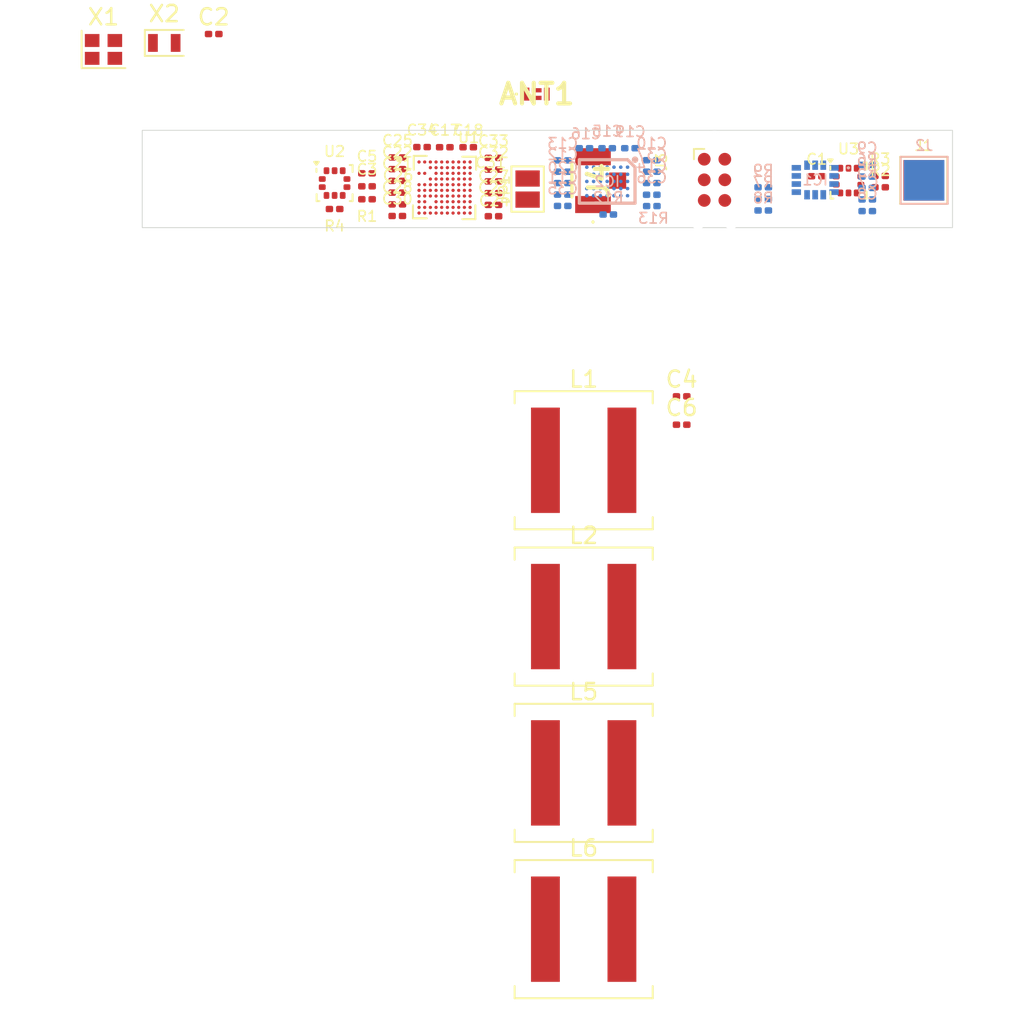
<source format=kicad_pcb>
(kicad_pcb (version 20240108) (generator "pcbnew") (generator_version "8.0")
  (layers (0 "F.Cu" signal) (31 "B.Cu" signal) (34 "B.Paste" user) (35 "F.Paste" user) (36 "B.SilkS" user "B.Silkscreen") (37 "F.SilkS" user "F.Silkscreen") (38 "B.Mask" user) (39 "F.Mask" user) (44 "Edge.Cuts" user))
  (net 0 "")
  (net 50 "/RESET")
  (net 51 "GND")
  (net 52 "/SWDIO")
  (net 53 "/SWCLK")
  (net 54 "/SWO")
  (net 55 "Net-(J3-VCC)")
  (net 56 "+3V3")
  (net 57 "VBUS")
  (net 58 "VDD")
  (net 59 "Net-(U1B-DEC4)")
  (net 60 "Net-(U1B-DECUSB)")
  (net 61 "Net-(U1C-XC1)")
  (net 62 "Net-(U1A-P0.01{slash}XL2)")
  (net 63 "Net-(U1B-DEC5)")
  (net 64 "Net-(U1A-P0.00{slash}XL1)")
  (net 65 "Net-(U1A-ANT)")
  (net 66 "Net-(U1C-XC2)")
  (net 67 "Net-(U1B-DEC1)")
  (net 68 "VCC")
  (net 69 "Net-(U2-SA0)")
  (net 70 "/PADS_INT01")
  (net 71 "/I2C_SDA")
  (net 72 "/I2C_SCL")
  (net 73 "Net-(U3-SA0)")
  (net 74 "Net-(ANT1-DUMMY_PAD_1)")
  (net 75 "Net-(ANT1-RADIATOR_ELECTRODE)")
  (net 76 "Net-(ANT1-FEED_POINT)")
  (net 77 "/RSVD3")
  (net 78 "Net-(IC2-VSET1)")
  (net 79 "Net-(IC2-VSET2)")
  (net 80 "/INT_0")
  (net 81 "/CS")
  (net 82 "/SCL")
  (net 83 "/RSVD2")
  (net 84 "/SDA")
  (net 85 "/SAO")
  (net 89 "/NRF_SDA")
  (net 91 "Net-(IC2-SW1)")
  (net 95 "/NRF_SCL")
  (net 98 "/SW2")
  (net 101 "/VBUSIN")
  (net 102 "Net-(IC2-VBUSOUT)")
  (net 103 "Net-(IC2-PVDD)")
  (net 104 "Net-(IC2-VOUT1)")
  (net 105 "/VOUTLD02")
  (net 106 "/VOUTLD01")
  (net 107 "/3.0V")
  (net 108 "Net-(IC2-VDDIO)")
  (net 109 "/VBAT")
  (net 110 "/RF")
  (net 111 "/RSVD0")
  (net 112 "/RSVD1")
  (net 113 "/INT_1")
  (footprint "Resistor_SMD:R_0201_0603Metric" (layer "F.Cu") (at 171.2225 71.0825)
    (property "Reference" "R2" (at 0.0125 -1.036 0) (layer "F.SilkS") (effects (font (size 0.65 0.65) (thickness 0.1))))
    (property "Value" "0R 1%")
    (pad "1" smd roundrect (at -0.32 0) (size 0.46 0.4) (layers "F.Cu" "F.Mask") (net 56 "+3V3"))
    (pad "2" smd roundrect (at 0.32 0) (size 0.46 0.4) (layers "F.Cu" "F.Mask") (net 73 "Net-(U3-SA0)"))
  )
  (footprint "Inductor_SMD:L_Coilcraft_XAL7020-152" (layer "F.Cu") (at 152.93 116.84)
    (property "Reference" "L6" (at 0 -5 0) (layer "F.SilkS"))
    (property "Value" "4.7nH 5% 0201")
    (pad "1" smd rect (at -2.36 0) (size 1.78 6.5) (layers "F.Cu" "F.Paste" "F.Mask") (net 74 "Net-(ANT1-DUMMY_PAD_1)"))
    (pad "2" smd rect (at 2.36 0) (size 1.78 6.5) (layers "F.Cu" "F.Paste" "F.Mask") (net 110 "/RF"))
  )
  (footprint "Capacitor_SMD:C_0201_0603Metric" (layer "F.Cu") (at 145.805 68.6125)
    (property "Reference" "C18" (at 0 -1.05 0) (layer "F.SilkS") (effects (font (size 0.65 0.65) (thickness 0.1))))
    (property "Value" "1uF X7R 10%")
    (pad "1" smd roundrect (at -0.32 0) (size 0.46 0.4) (layers "F.Cu" "F.Mask") (net 51 "GND"))
    (pad "2" smd roundrect (at 0.32 0) (size 0.46 0.4) (layers "F.Cu" "F.Mask") (net 59 "Net-(U1B-DEC4)"))
  )
  (footprint "Inductor_SMD:L_Coilcraft_XAL7020-152" (layer "F.Cu") (at 152.93 107.2)
    (property "Reference" "L5" (at 0 -5 0) (layer "F.SilkS"))
    (property "Value" "3.9nH 5% 0201")
    (pad "1" smd rect (at -2.36 0) (size 1.78 6.5) (layers "F.Cu" "F.Paste" "F.Mask") (net 65 "Net-(U1A-ANT)"))
    (pad "2" smd rect (at 2.36 0) (size 1.78 6.5) (layers "F.Cu" "F.Paste" "F.Mask") (net 74 "Net-(ANT1-DUMMY_PAD_1)"))
  )
  (footprint "TestPoint:TestPoint_Pad_2.5x2.5mm" (layer "F.Cu") (at 173.91 70.6525)
    (property "Reference" "J1" (at 0 -2.148 0) (layer "F.SilkS") (effects (font (size 0.65 0.65) (thickness 0.1))))
    (property "Value" "Conn_01x01_Socket")
    (pad "1" smd rect (at 0 0) (size 2.5 2.5) (layers "F.Cu" "F.Mask") (net 109 "/VBAT"))
  )
  (footprint "NRF52840-CKAA-R:BGA94C35P10X10_360X354X51N" (layer "F.Cu") (at 144.345 71.0975)
    (property "Reference" "U1" (at 1.485 -3.08 0) (layer "F.SilkS") (effects (font (size 0.65 0.65) (thickness 0.1))))
    (property "Value" "NRF52840-CKAA-R")
    (pad "A1" smd circle (at -1.575 -1.575) (size 0.2 0.2) (layers "F.Cu" "F.Paste") (net 61 "Net-(U1C-XC1)"))
    (pad "A2" smd circle (at -1.225 -1.575) (size 0.2 0.2) (layers "F.Cu" "F.Paste") (net 66 "Net-(U1C-XC2)"))
    (pad "A3" smd circle (at -0.875 -1.575) (size 0.2 0.2) (layers "F.Cu" "F.Paste"))
    (pad "A4" smd circle (at -0.525 -1.575) (size 0.2 0.2) (layers "F.Cu" "F.Paste"))
    (pad "A5" smd circle (at -0.175 -1.575) (size 0.2 0.2) (layers "F.Cu" "F.Paste"))
    (pad "A6" smd circle (at 0.175 -1.575) (size 0.2 0.2) (layers "F.Cu" "F.Paste"))
    (pad "A7" smd circle (at 0.525 -1.575) (size 0.2 0.2) (layers "F.Cu" "F.Paste"))
    (pad "A8" smd circle (at 0.875 -1.575) (size 0.2 0.2) (layers "F.Cu" "F.Paste") (net 59 "Net-(U1B-DEC4)"))
    (pad "A9" smd circle (at 1.225 -1.575) (size 0.2 0.2) (layers "F.Cu" "F.Paste"))
    (pad "A10" smd circle (at 1.575 -1.575) (size 0.2 0.2) (layers "F.Cu" "F.Paste") (net 67 "Net-(U1B-DEC1)"))
    (pad "B3" smd circle (at -0.875 -1.225) (size 0.2 0.2) (layers "F.Cu" "F.Paste") (net 58 "VDD"))
    (pad "B4" smd circle (at -0.525 -1.225) (size 0.2 0.2) (layers "F.Cu" "F.Paste"))
    (pad "B5" smd circle (at -0.175 -1.225) (size 0.2 0.2) (layers "F.Cu" "F.Paste"))
    (pad "B6" smd circle (at 0.175 -1.225) (size 0.2 0.2) (layers "F.Cu" "F.Paste"))
    (pad "B7" smd circle (at 0.525 -1.225) (size 0.2 0.2) (layers "F.Cu" "F.Paste") (net 51 "GND"))
    (pad "B8" smd circle (at 0.875 -1.225) (size 0.2 0.2) (layers "F.Cu" "F.Paste") (net 58 "VDD"))
    (pad "B9" smd circle (at 1.225 -1.225) (size 0.2 0.2) (layers "F.Cu" "F.Paste") (net 64 "Net-(U1A-P0.00{slash}XL1)"))
    (pad "B10" smd circle (at 1.575 -1.225) (size 0.2 0.2) (layers "F.Cu" "F.Paste") (net 62 "Net-(U1A-P0.01{slash}XL2)"))
    (pad "C1" smd circle (at -1.575 -0.875) (size 0.2 0.2) (layers "F.Cu" "F.Paste") (net 51 "GND"))
    (pad "C2" smd circle (at -1.225 -0.875) (size 0.2 0.2) (layers "F.Cu" "F.Paste") (net 59 "Net-(U1B-DEC4)"))
    (pad "C4" smd circle (at -0.525 -0.875) (size 0.2 0.2) (layers "F.Cu" "F.Paste") (net 51 "GND"))
    (pad "C5" smd circle (at -0.175 -0.875) (size 0.2 0.2) (layers "F.Cu" "F.Paste"))
    (pad "C6" smd circle (at 0.175 -0.875) (size 0.2 0.2) (layers "F.Cu" "F.Paste"))
    (pad "C7" smd circle (at 0.525 -0.875) (size 0.2 0.2) (layers "F.Cu" "F.Paste"))
    (pad "C8" smd circle (at 0.875 -0.875) (size 0.2 0.2) (layers "F.Cu" "F.Paste"))
    (pad "C9" smd circle (at 1.225 -0.875) (size 0.2 0.2) (layers "F.Cu" "F.Paste"))
    (pad "C10" smd circle (at 1.575 -0.875) (size 0.2 0.2) (layers "F.Cu" "F.Paste"))
    (pad "D3" smd circle (at -0.875 -0.525) (size 0.2 0.2) (layers "F.Cu" "F.Paste") (net 51 "GND"))
    (pad "D4" smd circle (at -0.525 -0.525) (size 0.2 0.2) (layers "F.Cu" "F.Paste") (net 51 "GND"))
    (pad "D5" smd circle (at -0.175 -0.525) (size 0.2 0.2) (layers "F.Cu" "F.Paste") (net 51 "GND"))
    (pad "D6" smd circle (at 0.175 -0.525) (size 0.2 0.2) (layers "F.Cu" "F.Paste") (net 51 "GND"))
    (pad "D7" smd circle (at 0.525 -0.525) (size 0.2 0.2) (layers "F.Cu" "F.Paste") (net 51 "GND"))
    (pad "D8" smd circle (at 0.875 -0.525) (size 0.2 0.2) (layers "F.Cu" "F.Paste") (net 51 "GND"))
    (pad "D9" smd circle (at 1.225 -0.525) (size 0.2 0.2) (layers "F.Cu" "F.Paste"))
    (pad "D10" smd circle (at 1.575 -0.525) (size 0.2 0.2) (layers "F.Cu" "F.Paste"))
    (pad "E1" smd circle (at -1.575 -0.175) (size 0.2 0.2) (layers "F.Cu" "F.Paste") (net 65 "Net-(U1A-ANT)"))
    (pad "E2" smd circle (at -1.225 -0.175) (size 0.2 0.2) (layers "F.Cu" "F.Paste"))
    (pad "E3" smd circle (at -0.875 -0.175) (size 0.2 0.2) (layers "F.Cu" "F.Paste"))
    (pad "E4" smd circle (at -0.525 -0.175) (size 0.2 0.2) (layers "F.Cu" "F.Paste") (net 51 "GND"))
    (pad "E5" smd circle (at -0.175 -0.175) (size 0.2 0.2) (layers "F.Cu" "F.Paste") (net 51 "GND"))
    (pad "E6" smd circle (at 0.175 -0.175) (size 0.2 0.2) (layers "F.Cu" "F.Paste") (net 51 "GND"))
    (pad "E7" smd circle (at 0.525 -0.175) (size 0.2 0.2) (layers "F.Cu" "F.Paste") (net 51 "GND"))
    (pad "E8" smd circle (at 0.875 -0.175) (size 0.2 0.2) (layers "F.Cu" "F.Paste") (net 51 "GND"))
    (pad "E9" smd circle (at 1.225 -0.175) (size 0.2 0.2) (layers "F.Cu" "F.Paste"))
    (pad "E10" smd circle (at 1.575 -0.175) (size 0.2 0.2) (layers "F.Cu" "F.Paste"))
    (pad "F1" smd circle (at -1.575 0.175) (size 0.2 0.2) (layers "F.Cu" "F.Paste"))
    (pad "F2" smd circle (at -1.225 0.175) (size 0.2 0.2) (layers "F.Cu" "F.Paste") (net 63 "Net-(U1B-DEC5)"))
    (pad "F3" smd circle (at -0.875 0.175) (size 0.2 0.2) (layers "F.Cu" "F.Paste"))
    (pad "F4" smd circle (at -0.525 0.175) (size 0.2 0.2) (layers "F.Cu" "F.Paste") (net 51 "GND"))
    (pad "F5" smd circle (at -0.175 0.175) (size 0.2 0.2) (layers "F.Cu" "F.Paste") (net 51 "GND"))
    (pad "F6" smd circle (at 0.175 0.175) (size 0.2 0.2) (layers "F.Cu" "F.Paste") (net 51 "GND"))
    (pad "F7" smd circle (at 0.525 0.175) (size 0.2 0.2) (layers "F.Cu" "F.Paste") (net 51 "GND"))
    (pad "F8" smd circle (at 0.875 0.175) (size 0.2 0.2) (layers "F.Cu" "F.Paste") (net 51 "GND"))
    (pad "F9" smd circle (at 1.225 0.175) (size 0.2 0.2) (layers "F.Cu" "F.Paste"))
    (pad "F10" smd circle (at 1.575 0.175) (size 0.2 0.2) (layers "F.Cu" "F.Paste"))
    (pad "G1" smd circle (at -1.575 0.525) (size 0.2 0.2) (layers "F.Cu" "F.Paste"))
    (pad "G2" smd circle (at -1.225 0.525) (size 0.2 0.2) (layers "F.Cu" "F.Paste"))
    (pad "G3" smd circle (at -0.875 0.525) (size 0.2 0.2) (layers "F.Cu" "F.Paste"))
    (pad "G4" smd circle (at -0.525 0.525) (size 0.2 0.2) (layers "F.Cu" "F.Paste") (net 51 "GND"))
    (pad "G5" smd circle (at -0.175 0.525) (size 0.2 0.2) (layers "F.Cu" "F.Paste") (net 51 "GND"))
    (pad "G6" smd circle (at 0.175 0.525) (size 0.2 0.2) (layers "F.Cu" "F.Paste") (net 51 "GND"))
    (pad "G7" smd circle (at 0.525 0.525) (size 0.2 0.2) (layers "F.Cu" "F.Paste") (net 51 "GND"))
    (pad "G8" smd circle (at 0.875 0.525) (size 0.2 0.2) (layers "F.Cu" "F.Paste") (net 51 "GND"))
    (pad "G9" smd circle (at 1.225 0.525) (size 0.2 0.2) (layers "F.Cu" "F.Paste"))
    (pad "G10" smd circle (at 1.575 0.525) (size 0.2 0.2) (layers "F.Cu" "F.Paste"))
    (pad "H1" smd circle (at -1.575 0.875) (size 0.2 0.2) (layers "F.Cu" "F.Paste"))
    (pad "H2" smd circle (at -1.225 0.875) (size 0.2 0.2) (layers "F.Cu" "F.Paste") (net 53 "/SWCLK"))
    (pad "H4" smd circle (at -0.525 0.875) (size 0.2 0.2) (layers "F.Cu" "F.Paste"))
    (pad "H5" smd circle (at -0.175 0.875) (size 0.2 0.2) (layers "F.Cu" "F.Paste"))
    (pad "H6" smd circle (at 0.175 0.875) (size 0.2 0.2) (layers "F.Cu" "F.Paste"))
    (pad "H7" smd circle (at 0.525 0.875) (size 0.2 0.2) (layers "F.Cu" "F.Paste"))
    (pad "H8" smd circle (at 0.875 0.875) (size 0.2 0.2) (layers "F.Cu" "F.Paste"))
    (pad "H9" smd circle (at 1.225 0.875) (size 0.2 0.2) (layers "F.Cu" "F.Paste"))
    (pad "H10" smd circle (at 1.575 0.875) (size 0.2 0.2) (layers "F.Cu" "F.Paste") (net 58 "VDD"))
    (pad "J1" smd circle (at -1.575 1.225) (size 0.2 0.2) (layers "F.Cu" "F.Paste"))
    (pad "J2" smd circle (at -1.225 1.225) (size 0.2 0.2) (layers "F.Cu" "F.Paste") (net 52 "/SWDIO"))
    (pad "J3" smd circle (at -0.875 1.225) (size 0.2 0.2) (layers "F.Cu" "F.Paste"))
    (pad "J4" smd circle (at -0.525 1.225) (size 0.2 0.2) (layers "F.Cu" "F.Paste"))
    (pad "J5" smd circle (at -0.175 1.225) (size 0.2 0.2) (layers "F.Cu" "F.Paste"))
    (pad "J6" smd circle (at 0.175 1.225) (size 0.2 0.2) (layers "F.Cu" "F.Paste"))
    (pad "J7" smd circle (at 0.525 1.225) (size 0.2 0.2) (layers "F.Cu" "F.Paste"))
    (pad "J8" smd circle (at 0.875 1.225) (size 0.2 0.2) (layers "F.Cu" "F.Paste"))
    (pad "J9" smd circle (at 1.225 1.225) (size 0.2 0.2) (layers "F.Cu" "F.Paste") (net 57 "VBUS"))
    (pad "J10" smd circle (at 1.575 1.225) (size 0.2 0.2) (layers "F.Cu" "F.Paste") (net 68 "VCC"))
    (pad "K1" smd circle (at -1.575 1.575) (size 0.2 0.2) (layers "F.Cu" "F.Paste") (net 58 "VDD"))
    (pad "K2" smd circle (at -1.225 1.575) (size 0.2 0.2) (layers "F.Cu" "F.Paste"))
    (pad "K3" smd circle (at -0.875 1.575) (size 0.2 0.2) (layers "F.Cu" "F.Paste"))
    (pad "K4" smd circle (at -0.525 1.575) (size 0.2 0.2) (layers "F.Cu" "F.Paste"))
    (pad "K5" smd circle (at -0.175 1.575) (size 0.2 0.2) (layers "F.Cu" "F.Paste") (net 58 "VDD"))
    (pad "K6" smd circle (at 0.175 1.575) (size 0.2 0.2) (layers "F.Cu" "F.Paste") (net 50 "/RESET"))
    (pad "K7" smd circle (at 0.525 1.575) (size 0.2 0.2) (layers "F.Cu" "F.Paste"))
    (pad "K8" smd circle (at 0.875 1.575) (size 0.2 0.2) (layers "F.Cu" "F.Paste"))
    (pad "K9" smd circle (at 1.225 1.575) (size 0.2 0.2) (layers "F.Cu" "F.Paste") (net 60 "Net-(U1B-DECUSB)"))
    (pad "K10" smd circle (at 1.575 1.575) (size 0.2 0.2) (layers "F.Cu" "F.Paste") (net 51 "GND"))
  )
  (footprint "Capacitor_SMD:C_0201_0603Metric" (layer "F.Cu") (at 139.56 71.0225)
    (property "Reference" "C3" (at 0 -1.05 0) (layer "F.SilkS") (effects (font (size 0.65 0.65) (thickness 0.1))))
    (property "Value" "100nF 10%")
    (pad "1" smd roundrect (at -0.32 0) (size 0.46 0.4) (layers "F.Cu" "F.Mask") (net 56 "+3V3"))
    (pad "2" smd roundrect (at 0.32 0) (size 0.46 0.4) (layers "F.Cu" "F.Mask") (net 51 "GND"))
  )
  (footprint "Capacitor_SMD:C_0201_0603Metric" (layer "F.Cu") (at 147.365 69.2675)
    (property "Reference" "C33" (at 0 -1.05 0) (layer "F.SilkS") (effects (font (size 0.65 0.65) (thickness 0.1))))
    (property "Value" "12pF NPO 2%")
    (pad "1" smd roundrect (at -0.32 0) (size 0.46 0.4) (layers "F.Cu" "F.Mask") (net 51 "GND"))
    (pad "2" smd roundrect (at 0.32 0) (size 0.46 0.4) (layers "F.Cu" "F.Mask") (net 62 "Net-(U1A-P0.01{slash}XL2)"))
  )
  (footprint "Capacitor_SMD:C_0201_0603Metric" (layer "F.Cu") (at 158.975 83.975)
    (property "Reference" "C4" (at 0 -1.05 0) (layer "F.SilkS"))
    (property "Value" "6.2pF NPO 5%")
    (pad "1" smd roundrect (at -0.32 0) (size 0.46 0.4) (layers "F.Cu" "F.Mask") (net 51 "GND"))
    (pad "2" smd roundrect (at 0.32 0) (size 0.46 0.4) (layers "F.Cu" "F.Mask") (net 75 "Net-(ANT1-RADIATOR_ELECTRODE)"))
  )
  (footprint "Capacitor_SMD:C_0201_0603Metric" (layer "F.Cu") (at 147.365 70.7175)
    (property "Reference" "C31" (at -0.18 -1.15 0) (layer "F.SilkS") (effects (font (size 0.65 0.65) (thickness 0.1))))
    (property "Value" "4.7uF X7R 10%")
    (pad "1" smd roundrect (at -0.32 0) (size 0.46 0.4) (layers "F.Cu" "F.Mask") (net 51 "GND"))
    (pad "2" smd roundrect (at 0.32 0) (size 0.46 0.4) (layers "F.Cu" "F.Mask") (net 58 "VDD"))
  )
  (footprint "Capacitor_SMD:C_0201_0603Metric" (layer "F.Cu") (at 147.365 71.4425)
    (property "Reference" "C27" (at 0 -1.05 0) (layer "F.SilkS") (effects (font (size 0.65 0.65) (thickness 0.1))))
    (property "Value" "4.7uF X7S 10%")
    (pad "1" smd roundrect (at -0.32 0) (size 0.46 0.4) (layers "F.Cu" "F.Mask") (net 57 "VBUS"))
    (pad "2" smd roundrect (at 0.32 0) (size 0.46 0.4) (layers "F.Cu" "F.Mask") (net 51 "GND"))
  )
  (footprint "Resistor_SMD:R_0201_0603Metric" (layer "F.Cu") (at 171.2225 70.3825)
    (property "Reference" "R3" (at 0 -1.05 0) (layer "F.SilkS") (effects (font (size 0.65 0.65) (thickness 0.1))))
    (property "Value" "~")
    (pad "1" smd roundrect (at -0.32 0) (size 0.46 0.4) (layers "F.Cu" "F.Mask") (net 73 "Net-(U3-SA0)"))
    (pad "2" smd roundrect (at 0.32 0) (size 0.46 0.4) (layers "F.Cu" "F.Mask") (net 51 "GND"))
  )
  (footprint "Capacitor_SMD:C_0201_0603Metric" (layer "F.Cu") (at 141.435 71.4125)
    (property "Reference" "C26" (at 0.04 -1.05 0) (layer "F.SilkS") (effects (font (size 0.65 0.65) (thickness 0.1))))
    (property "Value" "1.0pF NPO 5%")
    (pad "1" smd roundrect (at -0.32 0) (size 0.46 0.4) (layers "F.Cu" "F.Mask") (net 74 "Net-(ANT1-DUMMY_PAD_1)"))
    (pad "2" smd roundrect (at 0.32 0) (size 0.46 0.4) (layers "F.Cu" "F.Mask") (net 51 "GND"))
  )
  (footprint "Capacitor_SMD:C_0201_0603Metric" (layer "F.Cu") (at 141.435 69.9625)
    (property "Reference" "C22" (at 0 -1.05 0) (layer "F.SilkS") (effects (font (size 0.65 0.65) (thickness 0.1))))
    (property "Value" "12pF NP0 2%")
    (pad "1" smd roundrect (at -0.32 0) (size 0.46 0.4) (layers "F.Cu" "F.Mask") (net 66 "Net-(U1C-XC2)"))
    (pad "2" smd roundrect (at 0.32 0) (size 0.46 0.4) (layers "F.Cu" "F.Mask") (net 51 "GND"))
  )
  (footprint "Capacitor_SMD:C_0201_0603Metric" (layer "F.Cu") (at 147.365 72.8675)
    (property "Reference" "C24" (at 0.05 -0.95 0) (layer "F.SilkS") (effects (font (size 0.65 0.65) (thickness 0.1))))
    (property "Value" "4.7uF X7R 10%")
    (pad "1" smd roundrect (at -0.32 0) (size 0.46 0.4) (layers "F.Cu" "F.Mask") (net 60 "Net-(U1B-DECUSB)"))
    (pad "2" smd roundrect (at 0.32 0) (size 0.46 0.4) (layers "F.Cu" "F.Mask") (net 51 "GND"))
  )
  (footprint "Jumper:SolderJumper-2_P1.3mm_Open_Pad1.0x1.5mm" (layer "F.Cu") (at 149.47 71.1925 90)
    (property "Reference" "JP1" (at -0.02 -1.44 90) (layer "F.SilkS") (effects (font (size 0.65 0.65) (thickness 0.1))))
    (property "Value" "SolderJumper_2_Open")
    (pad "1" smd rect (at -0.65 0 90) (size 1 1.5) (layers "F.Cu" "F.Mask") (net 55 "Net-(J3-VCC)"))
    (pad "2" smd rect (at 0.65 0 90) (size 1 1.5) (layers "F.Cu" "F.Mask") (net 56 "+3V3"))
  )
  (footprint "Resistor_SMD:R_0201_0603Metric" (layer "F.Cu") (at 139.56 71.8225 180)
    (property "Reference" "R1" (at 0 -1.05 0) (layer "F.SilkS") (effects (font (size 0.65 0.65) (thickness 0.1))))
    (property "Value" "0R 1%")
    (pad "1" smd roundrect (at -0.32 0 180) (size 0.46 0.4) (layers "F.Cu" "F.Mask") (net 56 "+3V3"))
    (pad "2" smd roundrect (at 0.32 0 180) (size 0.46 0.4) (layers "F.Cu" "F.Mask") (net 69 "Net-(U2-SA0)"))
  )
  (footprint "Capacitor_SMD:C_0201_0603Metric" (layer "F.Cu") (at 141.43 72.8525)
    (property "Reference" "C30" (at 0 -1.05 0) (layer "F.SilkS") (effects (font (size 0.65 0.65) (thickness 0.1))))
    (property "Value" "100nF X7R 10%")
    (pad "1" smd roundrect (at -0.32 0) (size 0.46 0.4) (layers "F.Cu" "F.Mask") (net 51 "GND"))
    (pad "2" smd roundrect (at 0.32 0) (size 0.46 0.4) (layers "F.Cu" "F.Mask") (net 58 "VDD"))
  )
  (footprint "Capacitor_SMD:C_0201_0603Metric" (layer "F.Cu") (at 158.975 85.725)
    (property "Reference" "C6" (at 0 -1.05 0) (layer "F.SilkS"))
    (property "Value" "0.8pF NPO 5%")
    (pad "1" smd roundrect (at -0.32 0) (size 0.46 0.4) (layers "F.Cu" "F.Mask") (net 76 "Net-(ANT1-FEED_POINT)"))
    (pad "2" smd roundrect (at 0.32 0) (size 0.46 0.4) (layers "F.Cu" "F.Mask") (net 110 "/RF"))
  )
  (footprint "ANT016008LCS2442MA1:ANT016008LCS2442MA1" (layer "F.Cu") (at 150.03 65.335)
    (property "Reference" "ANT1" (at 0 0 0) (layer "F.SilkS") (effects (font (size 1.27 1.27) (thickness 0.254))))
    (property "Value" "ANT016008LCS2442MA1" (hide yes))
    (pad "1" smd rect (at -0.625 0) (size 0.35 0.8) (layers "F.Cu" "F.Paste" "F.Mask") (net 75 "Net-(ANT1-RADIATOR_ELECTRODE)"))
    (pad "2" smd rect (at 0 0.235 90) (size 0.26 0.6) (layers "F.Cu" "F.Paste" "F.Mask") (net 74 "Net-(ANT1-DUMMY_PAD_1)"))
    (pad "3" smd rect (at 0 -0.235 90) (size 0.26 0.6) (layers "F.Cu" "F.Paste" "F.Mask") (net 74 "Net-(ANT1-DUMMY_PAD_1)"))
    (pad "4" smd rect (at 0.625 0) (size 0.35 0.8) (layers "F.Cu" "F.Paste" "F.Mask") (net 76 "Net-(ANT1-FEED_POINT)"))
  )
  (footprint "Capacitor_SMD:C_0201_0603Metric" (layer "F.Cu") (at 167.3075 70.4025)
    (property "Reference" "C1" (at 0 -1.05 0) (layer "F.SilkS") (effects (font (size 0.65 0.65) (thickness 0.1))))
    (property "Value" "100nF 10%")
    (pad "1" smd roundrect (at -0.32 0) (size 0.46 0.4) (layers "F.Cu" "F.Mask") (net 56 "+3V3"))
    (pad "2" smd roundrect (at 0.32 0) (size 0.46 0.4) (layers "F.Cu" "F.Mask") (net 51 "GND"))
  )
  (footprint "Package_LGA:ST_HLGA-10_2x2mm_P0.5mm_LayoutBorder3x2y" (layer "F.Cu") (at 137.56 70.8225)
    (property "Reference" "U2" (at 0 -1.95 0) (layer "F.SilkS") (effects (font (size 0.65 0.65) (thickness 0.1))))
    (property "Value" "WSEN-PADS_2511020213301")
    (pad "1" smd roundrect (at -0.7625 -0.25) (size 0.425 0.35) (layers "F.Cu" "F.Paste" "F.Mask") (net 56 "+3V3"))
    (pad "2" smd roundrect (at -0.7625 0.25) (size 0.425 0.35) (layers "F.Cu" "F.Paste" "F.Mask") (net 72 "/I2C_SCL"))
    (pad "3" smd roundrect (at -0.5 0.7625) (size 0.35 0.425) (layers "F.Cu" "F.Paste" "F.Mask") (net 51 "GND"))
    (pad "4" smd roundrect (at 0 0.7625) (size 0.35 0.425) (layers "F.Cu" "F.Paste" "F.Mask") (net 71 "/I2C_SDA"))
    (pad "5" smd roundrect (at 0.5 0.7625) (size 0.35 0.425) (layers "F.Cu" "F.Paste" "F.Mask") (net 69 "Net-(U2-SA0)"))
    (pad "6" smd roundrect (at 0.7625 0.25) (size 0.425 0.35) (layers "F.Cu" "F.Paste" "F.Mask") (net 56 "+3V3"))
    (pad "7" smd roundrect (at 0.7625 -0.25) (size 0.425 0.35) (layers "F.Cu" "F.Paste" "F.Mask") (net 70 "/PADS_INT01"))
    (pad "8" smd roundrect (at 0.5 -0.7625) (size 0.35 0.425) (layers "F.Cu" "F.Paste" "F.Mask") (net 51 "GND"))
    (pad "9" smd roundrect (at 0 -0.7625) (size 0.35 0.425) (layers "F.Cu" "F.Paste" "F.Mask") (net 51 "GND"))
    (pad "10" smd roundrect (at -0.5 -0.7625) (size 0.35 0.425) (layers "F.Cu" "F.Paste" "F.Mask") (net 56 "+3V3"))
  )
  (footprint "Inductor_SMD:L_Coilcraft_XAL7020-152" (layer "F.Cu") (at 152.93 97.56)
    (property "Reference" "L2" (at 0 -5 0) (layer "F.SilkS"))
    (property "Value" "2.2uH DCR <400mR 20%")
    (pad "1" smd rect (at -2.36 0) (size 1.78 6.5) (layers "F.Cu" "F.Paste" "F.Mask") (net 107 "/3.0V"))
    (pad "2" smd rect (at 2.36 0) (size 1.78 6.5) (layers "F.Cu" "F.Paste" "F.Mask") (net 98 "/SW2"))
  )
  (footprint "Crystal:Crystal_SMD_2016-4Pin_2.0x1.6mm" (layer "F.Cu") (at 123.3 62.58)
    (property "Reference" "X1" (at 0 -2 0) (layer "F.SilkS"))
    (property "Value" "XTAL 32MHz 8pF")
    (pad "1" smd rect (at -0.7 0.55) (size 0.9 0.8) (layers "F.Cu" "F.Paste" "F.Mask") (net 61 "Net-(U1C-XC1)"))
    (pad "2" smd rect (at 0.7 0.55) (size 0.9 0.8) (layers "F.Cu" "F.Paste" "F.Mask") (net 66 "Net-(U1C-XC2)"))
    (pad "3" smd rect (at 0.7 -0.55) (size 0.9 0.8) (layers "F.Cu" "F.Paste" "F.Mask"))
    (pad "4" smd rect (at -0.7 -0.55) (size 0.9 0.8) (layers "F.Cu" "F.Paste" "F.Mask"))
  )
  (footprint "Capacitor_SMD:C_0201_0603Metric" (layer "F.Cu") (at 141.435 70.6875)
    (property "Reference" "C21" (at 0 -1.05 0) (layer "F.SilkS") (effects (font (size 0.65 0.65) (thickness 0.1))))
    (property "Value" "12pF NP0 2%")
    (pad "1" smd roundrect (at -0.32 0) (size 0.46 0.4) (layers "F.Cu" "F.Mask") (net 61 "Net-(U1C-XC1)"))
    (pad "2" smd roundrect (at 0.32 0) (size 0.46 0.4) (layers "F.Cu" "F.Mask") (net 51 "GND"))
  )
  (footprint "Capacitor_SMD:C_0201_0603Metric" (layer "F.Cu") (at 147.365 69.9925)
    (property "Reference" "C32" (at 0 -1.05 0) (layer "F.SilkS") (effects (font (size 0.65 0.65) (thickness 0.1))))
    (property "Value" "12pF NP0 2%")
    (pad "1" smd roundrect (at -0.32 0) (size 0.46 0.4) (layers "F.Cu" "F.Mask") (net 64 "Net-(U1A-P0.00{slash}XL1)"))
    (pad "2" smd roundrect (at 0.32 0) (size 0.46 0.4) (layers "F.Cu" "F.Mask") (net 51 "GND"))
  )
  (footprint "Inductor_SMD:L_Coilcraft_XAL7020-152" (layer "F.Cu") (at 152.93 87.92)
    (property "Reference" "L1" (at 0 -5 0) (layer "F.SilkS"))
    (property "Value" "2.2uH DCR <400mR 20%")
    (pad "1" smd rect (at -2.36 0) (size 1.78 6.5) (layers "F.Cu" "F.Paste" "F.Mask") (net 104 "Net-(IC2-VOUT1)"))
    (pad "2" smd rect (at 2.36 0) (size 1.78 6.5) (layers "F.Cu" "F.Paste" "F.Mask") (net 91 "Net-(IC2-SW1)"))
  )
  (footprint "Capacitor_SMD:C_0201_0603Metric" (layer "F.Cu") (at 139.56 70.2225)
    (property "Reference" "C5" (at 0 -1.05 0) (layer "F.SilkS") (effects (font (size 0.65 0.65) (thickness 0.1))))
    (property "Value" "10uF 10%")
    (pad "1" smd roundrect (at -0.32 0) (size 0.46 0.4) (layers "F.Cu" "F.Mask") (net 56 "+3V3"))
    (pad "2" smd roundrect (at 0.32 0) (size 0.46 0.4) (layers "F.Cu" "F.Mask") (net 51 "GND"))
  )
  (footprint "Capacitor_SMD:C_0201_0603Metric" (layer "F.Cu") (at 130.1 61.63)
    (property "Reference" "C2" (at 0 -1.05 0) (layer "F.SilkS"))
    (property "Value" "10uF 10%")
    (pad "1" smd roundrect (at -0.32 0) (size 0.46 0.4) (layers "F.Cu" "F.Mask") (net 56 "+3V3"))
    (pad "2" smd roundrect (at 0.32 0) (size 0.46 0.4) (layers "F.Cu" "F.Mask") (net 51 "GND"))
  )
  (footprint "Capacitor_SMD:C_0201_0603Metric" (layer "F.Cu") (at 144.36 68.6125)
    (property "Reference" "C17" (at 0 -1.05 0) (layer "F.SilkS") (effects (font (size 0.65 0.65) (thickness 0.1))))
    (property "Value" "1uF X7R 10%")
    (pad "1" smd roundrect (at -0.32 0) (size 0.46 0.4) (layers "F.Cu" "F.Mask") (net 51 "GND"))
    (pad "2" smd roundrect (at 0.32 0) (size 0.46 0.4) (layers "F.Cu" "F.Mask") (net 58 "VDD"))
  )
  (footprint "636101111001:636101111001" (layer "F.Cu") (at 153.505 70.6725 90)
    (property "Reference" "J4" (at 0 0.375 90) (layer "F.SilkS") (effects (font (size 1.27 1.27) (thickness 0.254))))
    (property "Value" "636101111001" (hide yes))
    (pad "1" smd rect (at -1.475 0 90) (size 1.05 2.2) (layers "F.Cu" "F.Paste" "F.Mask") (net 51 "GND"))
    (pad "2" smd rect (at 1.475 0 90) (size 1.05 2.2) (layers "F.Cu" "F.Paste" "F.Mask") (net 51 "GND"))
    (pad "3" smd rect (at 0 1.525 90) (size 1 1.05) (layers "F.Cu" "F.Paste" "F.Mask") (net 110 "/RF"))
  )
  (footprint "Resistor_SMD:R_0201_0603Metric" (layer "F.Cu") (at 137.56 72.4225 180)
    (property "Reference" "R4" (at 0 -1.05 0) (layer "F.SilkS") (effects (font (size 0.65 0.65) (thickness 0.1))))
    (property "Value" "~")
    (pad "1" smd roundrect (at -0.32 0 180) (size 0.46 0.4) (layers "F.Cu" "F.Mask") (net 69 "Net-(U2-SA0)"))
    (pad "2" smd roundrect (at 0.32 0 180) (size 0.46 0.4) (layers "F.Cu" "F.Mask") (net 51 "GND"))
  )
  (footprint "Crystal:Crystal_SMD_2012-2Pin_2.0x1.2mm" (layer "F.Cu") (at 127.05 62.18)
    (property "Reference" "X2" (at 0 -1.8 0) (layer "F.SilkS"))
    (property "Value" "XTAL 32.768kHz 9pF")
    (pad "1" smd rect (at -0.7 0) (size 0.6 1.1) (layers "F.Cu" "F.Paste" "F.Mask") (net 62 "Net-(U1A-P0.01{slash}XL2)"))
    (pad "2" smd rect (at 0.7 0) (size 0.6 1.1) (layers "F.Cu" "F.Paste" "F.Mask") (net 64 "Net-(U1A-P0.00{slash}XL1)"))
  )
  (footprint "Capacitor_SMD:C_0201_0603Metric" (layer "F.Cu") (at 142.955 68.6025)
    (property "Reference" "C34" (at 0 -1.05 0) (layer "F.SilkS") (effects (font (size 0.65 0.65) (thickness 0.1))))
    (property "Value" "820pF X7R 10%")
    (pad "1" smd roundrect (at -0.32 0) (size 0.46 0.4) (layers "F.Cu" "F.Mask") (net 63 "Net-(U1B-DEC5)"))
    (pad "2" smd roundrect (at 0.32 0) (size 0.46 0.4) (layers "F.Cu" "F.Mask") (net 51 "GND"))
  )
  (footprint "Capacitor_SMD:C_0201_0603Metric" (layer "F.Cu") (at 141.44 69.2425)
    (property "Reference" "C25" (at 0 -1.05 0) (layer "F.SilkS") (effects (font (size 0.65 0.65) (thickness 0.1))))
    (property "Value" "100nF X7R 10%")
    (pad "1" smd roundrect (at -0.32 0) (size 0.46 0.4) (layers "F.Cu" "F.Mask") (net 51 "GND"))
    (pad "2" smd roundrect (at 0.32 0) (size 0.46 0.4) (layers "F.Cu" "F.Mask") (net 67 "Net-(U1B-DEC1)"))
  )
  (footprint "Connector:Tag-Connect_TC2030-IDC-NL_2x03_P1.27mm_Vertical" (layer "F.Cu") (at 161.005 70.6225 -90)
    (property "Reference" "J3" (at -1.1 3.275 90) (layer "F.SilkS") (effects (font (size 0.65 0.65) (thickness 0.1))))
    (property "Value" "TagConnect")
    (pad "" np_thru_hole circle (at -2.54 0 270) (size 0.9906 0.9906) (drill 0.9906) (layers "*.Cu" "*.Mask"))
    (pad "" np_thru_hole circle (at 2.54 -1.016 270) (size 0.9906 0.9906) (drill 0.9906) (layers "*.Cu" "*.Mask"))
    (pad "" np_thru_hole circle (at 2.54 1.016 270) (size 0.9906 0.9906) (drill 0.9906) (layers "*.Cu" "*.Mask"))
    (pad "1" connect circle (at -1.27 0.635 270) (size 0.7874 0.7874) (layers "F.Cu" "F.Mask") (net 55 "Net-(J3-VCC)"))
    (pad "2" connect circle (at -1.27 -0.635 270) (size 0.7874 0.7874) (layers "F.Cu" "F.Mask") (net 54 "/SWO"))
    (pad "3" connect circle (at 0 0.635 270) (size 0.7874 0.7874) (layers "F.Cu" "F.Mask") (net 50 "/RESET"))
    (pad "4" connect circle (at 0 -0.635 270) (size 0.7874 0.7874) (layers "F.Cu" "F.Mask") (net 53 "/SWCLK"))
    (pad "5" connect circle (at 1.27 0.635 270) (size 0.7874 0.7874) (layers "F.Cu" "F.Mask") (net 51 "GND"))
    (pad "6" connect circle (at 1.27 -0.635 270) (size 0.7874 0.7874) (layers "F.Cu" "F.Mask") (net 52 "/SWDIO"))
  )
  (footprint "Capacitor_SMD:C_0201_0603Metric" (layer "F.Cu") (at 141.43 72.1375)
    (property "Reference" "C28" (at 0 -1.05 0) (layer "F.SilkS") (effects (font (size 0.65 0.65) (thickness 0.1))))
    (property "Value" "100nF X7R 10%")
    (pad "1" smd roundrect (at -0.32 0) (size 0.46 0.4) (layers "F.Cu" "F.Mask") (net 51 "GND"))
    (pad "2" smd roundrect (at 0.32 0) (size 0.46 0.4) (layers "F.Cu" "F.Mask") (net 58 "VDD"))
  )
  (footprint "Package_LGA:ST_HLGA-10_2x2mm_P0.5mm_LayoutBorder3x2y" (layer "F.Cu") (at 169.2725 70.67)
    (property "Reference" "U3" (at 0 -1.95 0) (layer "F.SilkS") (effects (font (size 0.65 0.65) (thickness 0.1))))
    (property "Value" "WSEN-PADS_2511020213301")
    (pad "1" smd roundrect (at -0.7625 -0.25) (size 0.425 0.35) (layers "F.Cu" "F.Paste" "F.Mask") (net 56 "+3V3"))
    (pad "2" smd roundrect (at -0.7625 0.25) (size 0.425 0.35) (layers "F.Cu" "F.Paste" "F.Mask") (net 72 "/I2C_SCL"))
    (pad "3" smd roundrect (at -0.5 0.7625) (size 0.35 0.425) (layers "F.Cu" "F.Paste" "F.Mask") (net 51 "GND"))
    (pad "4" smd roundrect (at 0 0.7625) (size 0.35 0.425) (layers "F.Cu" "F.Paste" "F.Mask") (net 71 "/I2C_SDA"))
    (pad "5" smd roundrect (at 0.5 0.7625) (size 0.35 0.425) (layers "F.Cu" "F.Paste" "F.Mask") (net 73 "Net-(U3-SA0)"))
    (pad "6" smd roundrect (at 0.7625 0.25) (size 0.425 0.35) (layers "F.Cu" "F.Paste" "F.Mask") (net 56 "+3V3"))
    (pad "7" smd roundrect (at 0.7625 -0.25) (size 0.425 0.35) (layers "F.Cu" "F.Paste" "F.Mask") (net 70 "/PADS_INT01"))
    (pad "8" smd roundrect (at 0.5 -0.7625) (size 0.35 0.425) (layers "F.Cu" "F.Paste" "F.Mask") (net 51 "GND"))
    (pad "9" smd roundrect (at 0 -0.7625) (size 0.35 0.425) (layers "F.Cu" "F.Paste" "F.Mask") (net 51 "GND"))
    (pad "10" smd roundrect (at -0.5 -0.7625) (size 0.35 0.425) (layers "F.Cu" "F.Paste" "F.Mask") (net 56 "+3V3"))
  )
  (footprint "Capacitor_SMD:C_0201_0603Metric" (layer "F.Cu") (at 147.365 72.1675)
    (property "Reference" "C23" (at 0 -1.05 0) (layer "F.SilkS") (effects (font (size 0.65 0.65) (thickness 0.1))))
    (property "Value" "4.7uF X7R 10%")
    (pad "1" smd roundrect (at -0.32 0) (size 0.46 0.4) (layers "F.Cu" "F.Mask") (net 68 "VCC"))
    (pad "2" smd roundrect (at 0.32 0) (size 0.46 0.4) (layers "F.Cu" "F.Mask") (net 51 "GND"))
  )
  (footprint "TestPoint:TestPoint_Pad_2.5x2.5mm" (layer "B.Cu") (at 173.94 70.6525 180)
    (property "Reference" "J2" (at 0 2.148 0) (layer "B.SilkS") (effects (font (size 0.65 0.65) (thickness 0.1)) (justify mirror)))
    (property "Value" "Conn_01x01_Socket")
    (pad "1" smd rect (at 0 0 180) (size 2.5 2.5) (layers "B.Cu" "B.Mask") (net 51 "GND"))
  )
  (footprint "Capacitor_SMD:C_0201_0603Metric" (layer "B.Cu") (at 170.43 71.8325 180)
    (property "Reference" "C7" (at -0.06 1.06 0) (layer "B.SilkS") (effects (font (size 0.65 0.65) (thickness 0.1)) (justify mirror)))
    (property "Value" "100nF 10%")
    (pad "1" smd roundrect (at -0.32 0 180) (size 0.46 0.4) (layers "B.Cu" "B.Mask") (net 58 "VDD"))
    (pad "2" smd roundrect (at 0.32 0 180) (size 0.46 0.4) (layers "B.Cu" "B.Mask") (net 51 "GND"))
  )
  (footprint "Resistor_SMD:R_0201_0603Metric" (layer "B.Cu") (at 164.01 71.8025 180)
    (property "Reference" "R7" (at 0 1.05 0) (layer "B.SilkS") (effects (font (size 0.65 0.65) (thickness 0.1)) (justify mirror)))
    (property "Value" "100k 1%")
    (pad "1" smd roundrect (at -0.32 0 180) (size 0.46 0.4) (layers "B.Cu" "B.Mask") (net 58 "VDD"))
    (pad "2" smd roundrect (at 0.32 0 180) (size 0.46 0.4) (layers "B.Cu" "B.Mask") (net 85 "/SAO"))
  )
  (footprint "Capacitor_SMD:C_0201_0603Metric" (layer "B.Cu") (at 170.425 69.7025 180)
    (property "Reference" "C9" (at 0 1.05 0) (layer "B.SilkS") (effects (font (size 0.65 0.65) (thickness 0.1)) (justify mirror)))
    (property "Value" "4.7uF 10%")
    (pad "1" smd roundrect (at -0.32 0 180) (size 0.46 0.4) (layers "B.Cu" "B.Mask") (net 58 "VDD"))
    (pad "2" smd roundrect (at 0.32 0 180) (size 0.46 0.4) (layers "B.Cu" "B.Mask") (net 51 "GND"))
  )
  (footprint "Capacitor_SMD:C_0201_0603Metric" (layer "B.Cu") (at 157.13 69.4125 180)
    (property "Reference" "C10" (at 0 1.05 0) (layer "B.SilkS") (effects (font (size 0.65 0.65) (thickness 0.1)) (justify mirror)))
    (property "Value" "1.0uF")
    (pad "1" smd roundrect (at -0.32 0 180) (size 0.46 0.4) (layers "B.Cu" "B.Mask") (net 101 "/VBUSIN"))
    (pad "2" smd roundrect (at 0.32 0 180) (size 0.46 0.4) (layers "B.Cu" "B.Mask") (net 51 "GND"))
  )
  (footprint "Capacitor_SMD:C_0201_0603Metric" (layer "B.Cu") (at 151.635 70.1225 180)
    (property "Reference" "C12" (at 0 1.05 0) (layer "B.SilkS") (effects (font (size 0.65 0.65) (thickness 0.1)) (justify mirror)))
    (property "Value" "10uF X5R 25V 20%")
    (pad "1" smd roundrect (at -0.32 0 180) (size 0.46 0.4) (layers "B.Cu" "B.Mask") (net 103 "Net-(IC2-PVDD)"))
    (pad "2" smd roundrect (at 0.32 0 180) (size 0.46 0.4) (layers "B.Cu" "B.Mask") (net 51 "GND"))
  )
  (footprint "nPM1300-CAAA-R:BGA35C44P7X5_308X238X51" (layer "B.Cu") (at 154.381 70.7225 180)
    (property "Reference" "IC2" (at 0 0 0) (layer "B.SilkS") (effects (font (size 0.65 0.65) (thickness 0.1)) (justify mirror)))
    (property "Value" "nPM1300-CAAA-R" (hide yes))
    (pad "A1" smd circle (at -1.257 0.88 90) (size 0.221 0.221) (layers "B.Cu" "B.Paste" "B.Mask"))
    (pad "A2" smd circle (at -0.838 0.88 90) (size 0.221 0.221) (layers "B.Cu" "B.Paste" "B.Mask"))
    (pad "A3" smd circle (at -0.419 0.88 90) (size 0.221 0.221) (layers "B.Cu" "B.Paste" "B.Mask"))
    (pad "A4" smd circle (at 0 0.88 90) (size 0.221 0.221) (layers "B.Cu" "B.Paste" "B.Mask") (net 51 "GND"))
    (pad "A5" smd circle (at 0.419 0.88 90) (size 0.221 0.221) (layers "B.Cu" "B.Paste" "B.Mask") (net 105 "/VOUTLD02"))
    (pad "A6" smd circle (at 0.838 0.88 90) (size 0.221 0.221) (layers "B.Cu" "B.Paste" "B.Mask") (net 51 "GND"))
    (pad "A7" smd circle (at 1.257 0.88 90) (size 0.221 0.221) (layers "B.Cu" "B.Paste" "B.Mask") (net 51 "GND"))
    (pad "B1" smd circle (at -1.257 0.44 90) (size 0.221 0.221) (layers "B.Cu" "B.Paste" "B.Mask") (net 101 "/VBUSIN"))
    (pad "B2" smd circle (at -0.838 0.44 90) (size 0.221 0.221) (layers "B.Cu" "B.Paste" "B.Mask") (net 101 "/VBUSIN"))
    (pad "B3" smd circle (at -0.419 0.44 90) (size 0.221 0.221) (layers "B.Cu" "B.Paste" "B.Mask"))
    (pad "B4" smd circle (at 0 0.44 90) (size 0.221 0.221) (layers "B.Cu" "B.Paste" "B.Mask") (net 51 "GND"))
    (pad "B5" smd circle (at 0.419 0.44 90) (size 0.221 0.221) (layers "B.Cu" "B.Paste" "B.Mask") (net 51 "GND"))
    (pad "B6" smd circle (at 0.838 0.44 90) (size 0.221 0.221) (layers "B.Cu" "B.Paste" "B.Mask") (net 104 "Net-(IC2-VOUT1)"))
    (pad "B7" smd circle (at 1.257 0.44 90) (size 0.221 0.221) (layers "B.Cu" "B.Paste" "B.Mask") (net 91 "Net-(IC2-SW1)"))
    (pad "C1" smd circle (at -1.257 0 90) (size 0.221 0.221) (layers "B.Cu" "B.Paste" "B.Mask") (net 103 "Net-(IC2-PVDD)"))
    (pad "C2" smd circle (at -0.838 0 90) (size 0.221 0.221) (layers "B.Cu" "B.Paste" "B.Mask") (net 103 "Net-(IC2-PVDD)"))
    (pad "C3" smd circle (at -0.419 0 90) (size 0.221 0.221) (layers "B.Cu" "B.Paste" "B.Mask") (net 102 "Net-(IC2-VBUSOUT)"))
    (pad "C4" smd circle (at 0 0 90) (size 0.221 0.221) (layers "B.Cu" "B.Paste" "B.Mask"))
    (pad "C5" smd circle (at 0.419 0 90) (size 0.221 0.221) (layers "B.Cu" "B.Paste" "B.Mask"))
    (pad "C6" smd circle (at 0.838 0 90) (size 0.221 0.221) (layers "B.Cu" "B.Paste" "B.Mask") (net 107 "/3.0V"))
    (pad "C7" smd circle (at 1.257 0 90) (size 0.221 0.221) (layers "B.Cu" "B.Paste" "B.Mask") (net 103 "Net-(IC2-PVDD)"))
    (pad "D1" smd circle (at -1.257 -0.44 90) (size 0.221 0.221) (layers "B.Cu" "B.Paste" "B.Mask") (net 109 "/VBAT"))
    (pad "D2" smd circle (at -0.838 -0.44 90) (size 0.221 0.221) (layers "B.Cu" "B.Paste" "B.Mask") (net 109 "/VBAT"))
    (pad "D3" smd circle (at -0.419 -0.44 90) (size 0.221 0.221) (layers "B.Cu" "B.Paste" "B.Mask"))
    (pad "D4" smd circle (at 0 -0.44 90) (size 0.221 0.221) (layers "B.Cu" "B.Paste" "B.Mask"))
    (pad "D5" smd circle (at 0.419 -0.44 90) (size 0.221 0.221) (layers "B.Cu" "B.Paste" "B.Mask"))
    (pad "D6" smd circle (at 0.838 -0.44 90) (size 0.221 0.221) (layers "B.Cu" "B.Paste" "B.Mask"))
    (pad "D7" smd circle (at 1.257 -0.44 90) (size 0.221 0.221) (layers "B.Cu" "B.Paste" "B.Mask") (net 98 "/SW2"))
    (pad "E1" smd circle (at -1.257 -0.88 90) (size 0.221 0.221) (layers "B.Cu" "B.Paste" "B.Mask") (net 79 "Net-(IC2-VSET2)"))
    (pad "E2" smd circle (at -0.838 -0.88 90) (size 0.221 0.221) (layers "B.Cu" "B.Paste" "B.Mask") (net 78 "Net-(IC2-VSET1)"))
    (pad "E3" smd circle (at -0.419 -0.88 90) (size 0.221 0.221) (layers "B.Cu" "B.Paste" "B.Mask") (net 95 "/NRF_SCL"))
    (pad "E4" smd circle (at 0 -0.88 90) (size 0.221 0.221) (layers "B.Cu" "B.Paste" "B.Mask") (net 108 "Net-(IC2-VDDIO)"))
    (pad "E5" smd circle (at 0.419 -0.88 90) (size 0.221 0.221) (layers "B.Cu" "B.Paste" "B.Mask") (net 89 "/NRF_SDA"))
    (pad "E6" smd circle (at 0.838 -0.88 90) (size 0.221 0.221) (layers "B.Cu" "B.Paste" "B.Mask"))
    (pad "E7" smd circle (at 1.257 -0.88 90) (size 0.221 0.221) (layers "B.Cu" "B.Paste" "B.Mask") (net 51 "GND"))
  )
  (footprint "Capacitor_SMD:C_0201_0603Metric" (layer "B.Cu") (at 157.13 70.8225 180)
    (property "Reference" "C14" (at 0 1.05 0) (layer "B.SilkS") (effects (font (size 0.65 0.65) (thickness 0.1)) (justify mirror)))
    (property "Value" "10uF X5R 25V 20%")
    (pad "1" smd roundrect (at -0.32 0 180) (size 0.46 0.4) (layers "B.Cu" "B.Mask") (net 103 "Net-(IC2-PVDD)"))
    (pad "2" smd roundrect (at 0.32 0 180) (size 0.46 0.4) (layers "B.Cu" "B.Mask") (net 51 "GND"))
  )
  (footprint "Capacitor_SMD:C_0201_0603Metric" (layer "B.Cu") (at 155.785 68.6725 180)
    (property "Reference" "C19" (at -0.019 1.02 0) (layer "B.SilkS") (effects (font (size 0.65 0.65) (thickness 0.1)) (justify mirror)))
    (property "Value" "10uF X5R 25V 20%")
    (pad "1" smd roundrect (at -0.32 0 180) (size 0.46 0.4) (layers "B.Cu" "B.Mask") (net 105 "/VOUTLD02"))
    (pad "2" smd roundrect (at 0.32 0 180) (size 0.46 0.4) (layers "B.Cu" "B.Mask") (net 51 "GND"))
  )
  (footprint "Capacitor_SMD:C_0201_0603Metric" (layer "B.Cu") (at 170.43 72.5525 180)
    (property "Reference" "C8" (at 0 1.05 0) (layer "B.SilkS") (effects (font (size 0.65 0.65) (thickness 0.1)) (justify mirror)))
    (property "Value" "100nF 10%")
    (pad "1" smd roundrect (at -0.32 0 180) (size 0.46 0.4) (layers "B.Cu" "B.Mask") (net 58 "VDD"))
    (pad "2" smd roundrect (at 0.32 0 180) (size 0.46 0.4) (layers "B.Cu" "B.Mask") (net 51 "GND"))
  )
  (footprint "Capacitor_SMD:C_0201_0603Metric" (layer "B.Cu") (at 152.975 68.6725 180)
    (property "Reference" "C16" (at -0.104 0.89 0) (layer "B.SilkS") (effects (font (size 0.65 0.65) (thickness 0.1)) (justify mirror)))
    (property "Value" "10uF X5R 25V 20%")
    (pad "1" smd roundrect (at -0.32 0 180) (size 0.46 0.4) (layers "B.Cu" "B.Mask") (net 105 "/VOUTLD02"))
    (pad "2" smd roundrect (at 0.32 0 180) (size 0.46 0.4) (layers "B.Cu" "B.Mask") (net 51 "GND"))
  )
  (footprint "Capacitor_SMD:C_0201_0603Metric" (layer "B.Cu") (at 157.13 71.5425 180)
    (property "Reference" "C36" (at 0 1.05 0) (layer "B.SilkS") (effects (font (size 0.65 0.65) (thickness 0.1)) (justify mirror)))
    (property "Value" "10uF X5R 25V 20%")
    (pad "1" smd roundrect (at -0.32 0 180) (size 0.46 0.4) (layers "B.Cu" "B.Mask") (net 107 "/3.0V"))
    (pad "2" smd roundrect (at 0.32 0 180) (size 0.46 0.4) (layers "B.Cu" "B.Mask") (net 51 "GND"))
  )
  (footprint "2536030320001:2536030320001" (layer "B.Cu") (at 167.215 70.632 180)
    (property "Reference" "IC1" (at 0 0 0) (layer "B.SilkS") (effects (font (size 0.65 0.65) (thickness 0.1)) (justify mirror)))
    (property "Value" "2536030320001" (hide yes))
    (pad "1" smd rect (at -1.163 0.75 90) (size 0.35 0.575) (layers "B.Cu" "B.Paste" "B.Mask") (net 85 "/SAO"))
    (pad "2" smd rect (at -1.163 0.25 90) (size 0.35 0.575) (layers "B.Cu" "B.Paste" "B.Mask") (net 77 "/RSVD3"))
    (pad "3" smd rect (at -1.163 -0.25 90) (size 0.35 0.575) (layers "B.Cu" "B.Paste" "B.Mask") (net 83 "/RSVD2"))
    (pad "4" smd rect (at -1.163 -0.75 90) (size 0.35 0.575) (layers "B.Cu" "B.Paste" "B.Mask") (net 80 "/INT_0"))
    (pad "5" smd rect (at -0.5 -0.912 180) (size 0.35 0.575) (layers "B.Cu" "B.Paste" "B.Mask") (net 58 "VDD"))
    (pad "6" smd rect (at 0 -0.912 180) (size 0.35 0.575) (layers "B.Cu" "B.Paste" "B.Mask") (net 51 "GND"))
    (pad "7" smd rect (at 0.5 -0.912 180) (size 0.35 0.575) (layers "B.Cu" "B.Paste" "B.Mask") (net 51 "GND"))
    (pad "8" smd rect (at 1.163 -0.75 90) (size 0.35 0.575) (layers "B.Cu" "B.Paste" "B.Mask") (net 58 "VDD"))
    (pad "9" smd rect (at 1.163 -0.25 90) (size 0.35 0.575) (layers "B.Cu" "B.Paste" "B.Mask") (net 113 "/INT_1"))
    (pad "10" smd rect (at 1.163 0.25 90) (size 0.35 0.575) (layers "B.Cu" "B.Paste" "B.Mask") (net 111 "/RSVD0"))
    (pad "11" smd rect (at 1.163 0.75 90) (size 0.35 0.575) (layers "B.Cu" "B.Paste" "B.Mask") (net 112 "/RSVD1"))
    (pad "12" smd rect (at 0.5 0.912 180) (size 0.35 0.575) (layers "B.Cu" "B.Paste" "B.Mask") (net 81 "/CS"))
    (pad "13" smd rect (at 0 0.912 180) (size 0.35 0.575) (layers "B.Cu" "B.Paste" "B.Mask") (net 82 "/SCL"))
    (pad "14" smd rect (at -0.5 0.912 180) (size 0.35 0.575) (layers "B.Cu" "B.Paste" "B.Mask") (net 84 "/SDA"))
  )
  (footprint "Capacitor_SMD:C_0201_0603Metric" (layer "B.Cu") (at 157.135 70.1225 180)
    (property "Reference" "C37" (at 0 1.05 0) (layer "B.SilkS") (effects (font (size 0.65 0.65) (thickness 0.1)) (justify mirror)))
    (property "Value" "100nF X5R 10%")
    (pad "1" smd roundrect (at -0.32 0 180) (size 0.46 0.4) (layers "B.Cu" "B.Mask") (net 108 "Net-(IC2-VDDIO)"))
    (pad "2" smd roundrect (at 0.32 0 180) (size 0.46 0.4) (layers "B.Cu" "B.Mask") (net 51 "GND"))
  )
  (footprint "Capacitor_SMD:C_0201_0603Metric" (layer "B.Cu") (at 151.635 72.2325 180)
    (property "Reference" "C35" (at 0 1.05 0) (layer "B.SilkS") (effects (font (size 0.65 0.65) (thickness 0.1)) (justify mirror)))
    (property "Value" "10uF X5R 25V 20%")
    (pad "1" smd roundrect (at -0.32 0 180) (size 0.46 0.4) (layers "B.Cu" "B.Mask") (net 106 "/VOUTLD01"))
    (pad "2" smd roundrect (at 0.32 0 180) (size 0.46 0.4) (layers "B.Cu" "B.Mask") (net 51 "GND"))
  )
  (footprint "Resistor_SMD:R_0201_0603Metric" (layer "B.Cu") (at 154.448 72.7625 180)
    (property "Reference" "R12" (at 0 1.05 0) (layer "B.SilkS") (effects (font (size 0.65 0.65) (thickness 0.1)) (justify mirror)))
    (property "Value" "47k 1%")
    (pad "1" smd roundrect (at -0.32 0 180) (size 0.46 0.4) (layers "B.Cu" "B.Mask") (net 78 "Net-(IC2-VSET1)"))
    (pad "2" smd roundrect (at 0.32 0 180) (size 0.46 0.4) (layers "B.Cu" "B.Mask") (net 51 "GND"))
  )
  (footprint "Capacitor_SMD:C_0201_0603Metric" (layer "B.Cu") (at 154.38 68.6725 180)
    (property "Reference" "C15" (at 0 1.05 0) (layer "B.SilkS") (effects (font (size 0.65 0.65) (thickness 0.1)) (justify mirror)))
    (property "Value" "10uF X5R 25V 20%")
    (pad "1" smd roundrect (at -0.32 0 180) (size 0.46 0.4) (layers "B.Cu" "B.Mask") (net 104 "Net-(IC2-VOUT1)"))
    (pad "2" smd roundrect (at 0.32 0 180) (size 0.46 0.4) (layers "B.Cu" "B.Mask") (net 51 "GND"))
  )
  (footprint "Resistor_SMD:R_0201_0603Metric" (layer "B.Cu") (at 170.42 70.4225 180)
    (property "Reference" "R6" (at 0 1.05 0) (layer "B.SilkS") (effects (font (size 0.65 0.65) (thickness 0.1)) (justify mirror)))
    (property "Value" "0R 1%")
    (pad "1" smd roundrect (at -0.32 0 180) (size 0.46 0.4) (layers "B.Cu" "B.Mask") (net 58 "VDD"))
    (pad "2" smd roundrect (at 0.32 0 180) (size 0.46 0.4) (layers "B.Cu" "B.Mask") (net 77 "/RSVD3"))
  )
  (footprint "Capacitor_SMD:C_0201_0603Metric" (layer "B.Cu") (at 151.635 70.8225 180)
    (property "Reference" "C20" (at -0.01 0.95 0) (layer "B.SilkS") (effects (font (size 0.65 0.65) (thickness 0.1)) (justify mirror)))
    (property "Value" "10uF X5R 25V 20%")
    (pad "1" smd roundrect (at -0.32 0 180) (size 0.46 0.4) (layers "B.Cu" "B.Mask") (net 106 "/VOUTLD01"))
    (pad "2" smd roundrect (at 0.32 0 180) (size 0.46 0.4) (layers "B.Cu" "B.Mask") (net 51 "GND"))
  )
  (footprint "Capacitor_SMD:C_0201_0603Metric" (layer "B.Cu") (at 151.635 71.5325 180)
    (property "Reference" "C11" (at 0 1.05 0) (layer "B.SilkS") (effects (font (size 0.65 0.65) (thickness 0.1)) (justify mirror)))
    (property "Value" "1.0uF X5R 10V 10%")
    (pad "1" smd roundrect (at -0.32 0 180) (size 0.46 0.4) (layers "B.Cu" "B.Mask") (net 102 "Net-(IC2-VBUSOUT)"))
    (pad "2" smd roundrect (at 0.32 0 180) (size 0.46 0.4) (layers "B.Cu" "B.Mask") (net 51 "GND"))
  )
  (footprint "Resistor_SMD:R_0201_0603Metric" (layer "B.Cu") (at 170.425 71.1225 180)
    (property "Reference" "R5" (at 0 1.05 0) (layer "B.SilkS") (effects (font (size 0.65 0.65) (thickness 0.1)) (justify mirror)))
    (property "Value" "0R 1%")
    (pad "1" smd roundrect (at -0.32 0 180) (size 0.46 0.4) (layers "B.Cu" "B.Mask") (net 58 "VDD"))
    (pad "2" smd roundrect (at 0.32 0 180) (size 0.46 0.4) (layers "B.Cu" "B.Mask") (net 83 "/RSVD2"))
  )
  (footprint "Resistor_SMD:R_0201_0603Metric" (layer "B.Cu") (at 157.135 72.2425 180)
    (property "Reference" "R13" (at -0.098 -0.75 0) (layer "B.SilkS") (effects (font (size 0.65 0.65) (thickness 0.1)) (justify mirror)))
    (property "Value" "150k 1%")
    (pad "1" smd roundrect (at -0.32 0 180) (size 0.46 0.4) (layers "B.Cu" "B.Mask") (net 79 "Net-(IC2-VSET2)"))
    (pad "2" smd roundrect (at 0.32 0 180) (size 0.46 0.4) (layers "B.Cu" "B.Mask") (net 51 "GND"))
  )
  (footprint "Resistor_SMD:R_0201_0603Metric" (layer "B.Cu") (at 164.01 72.5125 180)
    (property "Reference" "R8" (at -0.005 0.77 0) (layer "B.SilkS") (effects (font (size 0.65 0.65) (thickness 0.1)) (justify mirror)))
    (property "Value" "~")
    (pad "1" smd roundrect (at -0.32 0 180) (size 0.46 0.4) (layers "B.Cu" "B.Mask") (net 85 "/SAO"))
    (pad "2" smd roundrect (at 0.32 0 180) (size 0.46 0.4) (layers "B.Cu" "B.Mask") (net 51 "GND"))
  )
  (footprint "Resistor_SMD:R_0201_0603Metric" (layer "B.Cu") (at 164.01 71.0825 180)
    (property "Reference" "R9" (at 0 1.05 0) (layer "B.SilkS") (effects (font (size 0.65 0.65) (thickness 0.1)) (justify mirror)))
    (property "Value" "100k 1%")
    (pad "1" smd roundrect (at -0.32 0 180) (size 0.46 0.4) (layers "B.Cu" "B.Mask") (net 81 "/CS"))
    (pad "2" smd roundrect (at 0.32 0 180) (size 0.46 0.4) (layers "B.Cu" "B.Mask") (net 58 "VDD"))
  )
  (footprint "Capacitor_SMD:C_0201_0603Metric" (layer "B.Cu") (at 151.635 69.4225 180)
    (property "Reference" "C13" (at 0 1.05 0) (layer "B.SilkS") (effects (font (size 0.65 0.65) (thickness 0.1)) (justify mirror)))
    (property "Value" "10uF X5R 25V 20%")
    (pad "1" smd roundrect (at -0.32 0 180) (size 0.46 0.4) (layers "B.Cu" "B.Mask") (net 103 "Net-(IC2-PVDD)"))
    (pad "2" smd roundrect (at 0.32 0 180) (size 0.46 0.4) (layers "B.Cu" "B.Mask") (net 51 "GND"))
  )
  (gr_rect (start 125.69 67.57) (end 175.69 73.57) (stroke (width 0.05)) (fill none) (layer "Edge.Cuts"))
)
</source>
